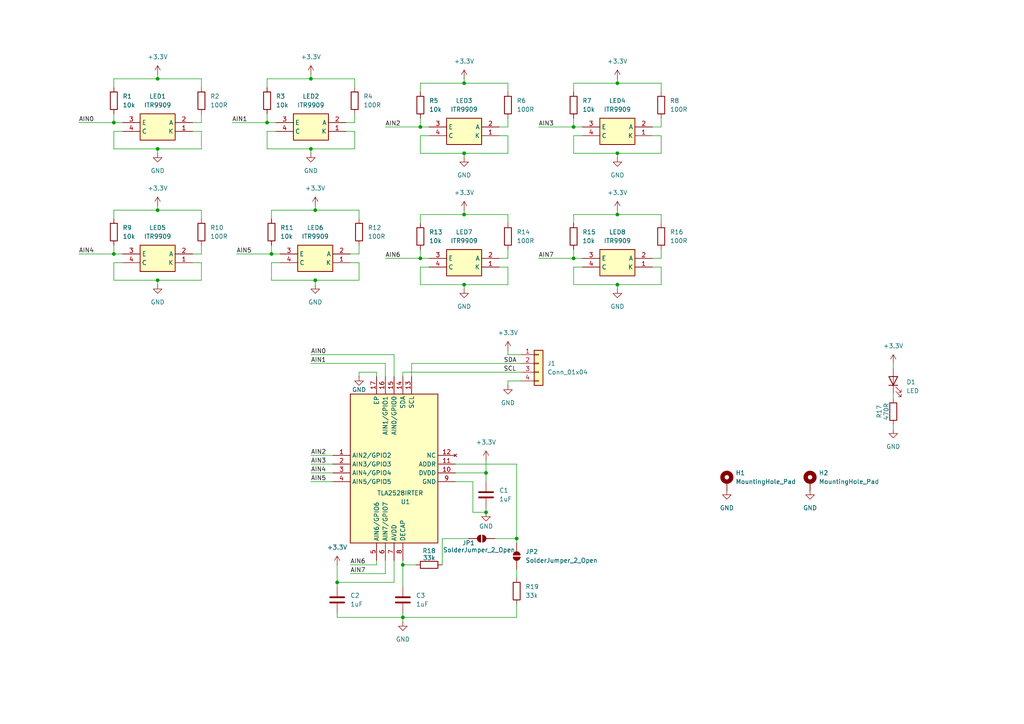
<source format=kicad_sch>
(kicad_sch (version 20250114) (generator "eeschema") (generator_version "9.0")
  (paper "A4")
  (lib_symbols
    (symbol "Connector_Generic:Conn_01x04" (pin_names (offset 1.016) (hide yes))
      (property "Reference" "J" (at 0 5.08 0))
      (property "Value" "Conn_01x04" (at 0 -7.62 0))
      (symbol "Conn_01x04_1_1"
        (rectangle (start -1.27 3.81) (end 1.27 -6.35) (stroke (width 0.254)) (fill (type background)))
        (rectangle (start -1.27 2.667) (end 0 2.413) (stroke (width 0.1524)))
        (rectangle (start -1.27 0.127) (end 0 -0.127) (stroke (width 0.1524)))
        (rectangle (start -1.27 -2.413) (end 0 -2.667) (stroke (width 0.1524)))
        (rectangle (start -1.27 -4.953) (end 0 -5.207) (stroke (width 0.1524)))
        (pin passive line (at -5.08 2.54 0) (length 3.81) (name "Pin_1") (number "1"))
        (pin passive line (at -5.08 0 0) (length 3.81) (name "Pin_2") (number "2"))
        (pin passive line (at -5.08 -2.54 0) (length 3.81) (name "Pin_3") (number "3"))
        (pin passive line (at -5.08 -5.08 0) (length 3.81) (name "Pin_4") (number "4"))
      )
    )
    (symbol "Device:C" (pin_numbers (hide yes)) (pin_names (offset 0.254))
      (property "Reference" "C" (at 0.635 2.54 0))
      (property "Value" "C" (at 0.635 -2.54 0))
      (symbol "C_0_1"
        (polyline (pts (xy -2.032 0.762) (xy 2.032 0.762)) (stroke (width 0.508)))
        (polyline (pts (xy -2.032 -0.762) (xy 2.032 -0.762)) (stroke (width 0.508)))
      )
      (symbol "C_1_1"
        (pin passive line (at 0 3.81 270) (length 2.794) (name "~") (number "1"))
        (pin passive line (at 0 -3.81 90) (length 2.794) (name "~") (number "2"))
      )
    )
    (symbol "Device:LED" (pin_numbers (hide yes)) (pin_names (offset 1.016) (hide yes))
      (property "Reference" "D" (at 0 2.54 0))
      (property "Value" "LED" (at 0 -2.54 0))
      (symbol "LED_0_1"
        (polyline (pts (xy -3.048 -0.762) (xy -4.572 -2.286) (xy -3.81 -2.286) (xy -4.572 -2.286) (xy -4.572 -1.524)))
        (polyline (pts (xy -1.778 -0.762) (xy -3.302 -2.286) (xy -2.54 -2.286) (xy -3.302 -2.286) (xy -3.302 -1.524)))
        (polyline (pts (xy -1.27 0) (xy 1.27 0)))
        (polyline (pts (xy -1.27 -1.27) (xy -1.27 1.27)) (stroke (width 0.254)))
        (polyline (pts (xy 1.27 -1.27) (xy 1.27 1.27) (xy -1.27 0) (xy 1.27 -1.27)) (stroke (width 0.254)))
      )
      (symbol "LED_1_1"
        (pin passive line (at -3.81 0 0) (length 2.54) (name "K") (number "1"))
        (pin passive line (at 3.81 0 180) (length 2.54) (name "A") (number "2"))
      )
    )
    (symbol "Device:R" (pin_numbers (hide yes)) (pin_names (offset 0))
      (property "Reference" "R" (at 2.032 0 90))
      (property "Value" "R" (at 0 0 90))
      (symbol "R_0_1"
        (rectangle (start -1.016 -2.54) (end 1.016 2.54) (stroke (width 0.254)))
      )
      (symbol "R_1_1"
        (pin passive line (at 0 3.81 270) (length 1.27) (name "~") (number "1"))
        (pin passive line (at 0 -3.81 90) (length 1.27) (name "~") (number "2"))
      )
    )
    (symbol "Jumper:SolderJumper_2_Open" (pin_numbers (hide yes)) (pin_names (offset 0) (hide yes)) (exclude_from_sim yes) (in_bom no)
      (property "Reference" "JP" (at 0 2.032 0))
      (property "Value" "SolderJumper_2_Open" (at 0 -2.54 0))
      (symbol "SolderJumper_2_Open_0_1"
        (polyline (pts (xy -0.254 1.016) (xy -0.254 -1.016)))
        (arc (start -0.254 -1.016) (mid -1.2656 0) (end -0.254 1.016))
        (arc (start -0.254 -1.016) (mid -1.2656 0) (end -0.254 1.016) (fill (type outline)))
        (arc (start 0.254 1.016) (mid 1.2656 0) (end 0.254 -1.016))
        (arc (start 0.254 1.016) (mid 1.2656 0) (end 0.254 -1.016) (fill (type outline)))
        (polyline (pts (xy 0.254 1.016) (xy 0.254 -1.016)))
      )
      (symbol "SolderJumper_2_Open_1_1"
        (pin passive line (at -3.81 0 0) (length 2.54) (name "A") (number "1"))
        (pin passive line (at 3.81 0 180) (length 2.54) (name "B") (number "2"))
      )
    )
    (symbol "Mechanical:MountingHole_Pad" (pin_numbers (hide yes)) (pin_names (offset 1.016) (hide yes)) (exclude_from_sim yes) (in_bom no)
      (property "Reference" "H" (at 0 6.35 0))
      (property "Value" "MountingHole_Pad" (at 0 4.445 0))
      (symbol "MountingHole_Pad_0_1"
        (circle (center 0 1.27) (radius 1.27) (stroke (width 1.27)))
      )
      (symbol "MountingHole_Pad_1_1"
        (pin input line (at 0 -2.54 90) (length 2.54) (name "1") (number "1"))
      )
    )
    (symbol "SamacSys_Parts:ITR9909"
      (property "Reference" "LED" (at 16.51 7.62 0))
      (property "Value" "ITR9909" (at 16.51 5.08 0))
      (symbol "ITR9909_1_1"
        (rectangle (start 5.08 2.54) (end 15.24 -5.08) (stroke (width 0.254)) (fill (type background)))
        (pin passive line (at 0 0 0) (length 5.08) (name "E") (number "3"))
        (pin passive line (at 0 -2.54 0) (length 5.08) (name "C") (number "4"))
        (pin passive line (at 20.32 0 180) (length 5.08) (name "A") (number "2"))
        (pin passive line (at 20.32 -2.54 180) (length 5.08) (name "K") (number "1"))
      )
    )
    (symbol "SamacSys_Parts:TLA2528IRTER"
      (property "Reference" "IC" (at 31.75 22.86 0))
      (property "Value" "TLA2528IRTER" (at 31.75 20.32 0))
      (symbol "TLA2528IRTER_1_1"
        (rectangle (start 5.08 17.78) (end 30.48 -25.4) (stroke (width 0.254)) (fill (type background)))
        (pin passive line (at 0 0 0) (length 5.08) (name "AIN2/GPIO2") (number "1"))
        (pin passive line (at 0 -2.54 0) (length 5.08) (name "AIN3/GPIO3") (number "2"))
        (pin passive line (at 0 -5.08 0) (length 5.08) (name "AIN4/GPIO4") (number "3"))
        (pin passive line (at 0 -7.62 0) (length 5.08) (name "AIN5/GPIO5") (number "4"))
        (pin passive line (at 12.7 22.86 270) (length 5.08) (name "EP") (number "17"))
        (pin passive line (at 12.7 -30.48 90) (length 5.08) (name "AIN6/GPIO6") (number "5"))
        (pin passive line (at 15.24 22.86 270) (length 5.08) (name "AIN1/GPIO1") (number "16"))
        (pin passive line (at 15.24 -30.48 90) (length 5.08) (name "AIN7/GPIO7") (number "6"))
        (pin passive line (at 17.78 22.86 270) (length 5.08) (name "AIN0/GPIO0") (number "15"))
        (pin passive line (at 17.78 -30.48 90) (length 5.08) (name "AVDD") (number "7"))
        (pin passive line (at 20.32 22.86 270) (length 5.08) (name "SDA") (number "14"))
        (pin passive line (at 20.32 -30.48 90) (length 5.08) (name "DECAP") (number "8"))
        (pin passive line (at 22.86 22.86 270) (length 5.08) (name "SCL") (number "13"))
        (pin no_connect line (at 35.56 0 180) (length 5.08) (name "NC") (number "12"))
        (pin passive line (at 35.56 -2.54 180) (length 5.08) (name "ADDR") (number "11"))
        (pin passive line (at 35.56 -5.08 180) (length 5.08) (name "DVDD") (number "10"))
        (pin passive line (at 35.56 -7.62 180) (length 5.08) (name "GND") (number "9"))
      )
    )
    (symbol "power:+3.3V" (power) (pin_numbers (hide yes)) (pin_names (offset 0) (hide yes))
      (property "Value" "+3.3V" (at 0 3.556 0))
      (symbol "+3.3V_0_1"
        (polyline (pts (xy -0.762 1.27) (xy 0 2.54)))
        (polyline (pts (xy 0 2.54) (xy 0.762 1.27)))
        (polyline (pts (xy 0 0) (xy 0 2.54)))
      )
      (symbol "+3.3V_1_1"
        (pin power_in line (at 0 0 90) (length 0) (name "~") (number "1"))
      )
    )
    (symbol "power:GND" (power) (pin_numbers (hide yes)) (pin_names (offset 0) (hide yes))
      (property "Value" "GND" (at 0 -3.81 0))
      (symbol "GND_0_1"
        (polyline (pts (xy 0 0) (xy 0 -1.27) (xy 1.27 -1.27) (xy 0 -2.54) (xy -1.27 -1.27) (xy 0 -1.27)))
      )
      (symbol "GND_1_1"
        (pin power_in line (at 0 0 270) (length 0) (name "~") (number "1"))
      )
    )
  )
  (junction (at 166.37 36.83))
  (junction (at 134.62 24.13))
  (junction (at 121.92 36.83))
  (junction (at 90.17 43.18))
  (junction (at 33.02 73.66))
  (junction (at 45.72 22.86))
  (junction (at 166.37 74.93))
  (junction (at 77.47 35.56))
  (junction (at 91.44 60.96))
  (junction (at 116.84 179.07))
  (junction (at 179.07 82.55))
  (junction (at 45.72 81.28))
  (junction (at 140.97 137.16))
  (junction (at 121.92 74.93))
  (junction (at 45.72 43.18))
  (junction (at 134.62 82.55))
  (junction (at 149.86 156.21))
  (junction (at 45.72 60.96))
  (junction (at 134.62 44.45))
  (junction (at 91.44 81.28))
  (junction (at 134.62 62.23))
  (junction (at 33.02 35.56))
  (junction (at 78.74 73.66))
  (junction (at 140.97 148.59))
  (junction (at 179.07 44.45))
  (junction (at 179.07 62.23))
  (junction (at 179.07 24.13))
  (junction (at 90.17 22.86))
  (junction (at 97.79 168.91))
  (junction (at 116.84 163.83))
  (wire (pts (xy 116.84 162.56) (xy 116.84 163.83)))
  (wire (pts (xy 140.97 147.32) (xy 140.97 148.59)))
  (wire (pts (xy 116.84 163.83) (xy 116.84 170.18)))
  (wire (pts (xy 35.56 35.56) (xy 33.02 35.56)))
  (wire (pts (xy 90.17 137.16) (xy 96.52 137.16)))
  (wire (pts (xy 104.14 76.2) (xy 101.6 76.2)))
  (wire (pts (xy 102.87 35.56) (xy 102.87 33.02)))
  (wire (pts (xy 121.92 77.47) (xy 121.92 82.55)))
  (wire (pts (xy 101.6 73.66) (xy 104.14 73.66)))
  (wire (pts (xy 124.46 36.83) (xy 121.92 36.83)))
  (wire (pts (xy 22.86 73.66) (xy 33.02 73.66)))
  (wire (pts (xy 189.23 36.83) (xy 191.77 36.83)))
  (wire (pts (xy 147.32 110.49) (xy 147.32 111.76)))
  (wire (pts (xy 168.91 36.83) (xy 166.37 36.83)))
  (wire (pts (xy 121.92 24.13) (xy 134.62 24.13)))
  (wire (pts (xy 77.47 22.86) (xy 90.17 22.86)))
  (wire (pts (xy 111.76 36.83) (xy 121.92 36.83)))
  (wire (pts (xy 134.62 60.96) (xy 134.62 62.23)))
  (wire (pts (xy 55.88 35.56) (xy 58.42 35.56)))
  (wire (pts (xy 45.72 59.69) (xy 45.72 60.96)))
  (wire (pts (xy 121.92 44.45) (xy 134.62 44.45)))
  (wire (pts (xy 77.47 25.4) (xy 77.47 22.86)))
  (wire (pts (xy 140.97 133.35) (xy 140.97 137.16)))
  (wire (pts (xy 58.42 73.66) (xy 58.42 71.12)))
  (wire (pts (xy 78.74 63.5) (xy 78.74 60.96)))
  (wire (pts (xy 109.22 162.56) (xy 109.22 163.83)))
  (wire (pts (xy 259.08 123.19) (xy 259.08 124.46)))
  (wire (pts (xy 121.92 74.93) (xy 121.92 72.39)))
  (wire (pts (xy 58.42 81.28) (xy 58.42 76.2)))
  (wire (pts (xy 90.17 132.08) (xy 96.52 132.08)))
  (wire (pts (xy 33.02 60.96) (xy 45.72 60.96)))
  (wire (pts (xy 189.23 74.93) (xy 191.77 74.93)))
  (wire (pts (xy 116.84 107.95) (xy 151.13 107.95)))
  (wire (pts (xy 33.02 43.18) (xy 45.72 43.18)))
  (wire (pts (xy 35.56 76.2) (xy 33.02 76.2)))
  (wire (pts (xy 45.72 43.18) (xy 45.72 44.45)))
  (wire (pts (xy 78.74 81.28) (xy 91.44 81.28)))
  (wire (pts (xy 151.13 102.87) (xy 147.32 102.87)))
  (wire (pts (xy 97.79 168.91) (xy 97.79 170.18)))
  (wire (pts (xy 134.62 24.13) (xy 147.32 24.13)))
  (wire (pts (xy 147.32 101.6) (xy 147.32 102.87)))
  (wire (pts (xy 134.62 44.45) (xy 134.62 45.72)))
  (wire (pts (xy 179.07 60.96) (xy 179.07 62.23)))
  (wire (pts (xy 147.32 39.37) (xy 144.78 39.37)))
  (wire (pts (xy 179.07 62.23) (xy 191.77 62.23)))
  (wire (pts (xy 91.44 60.96) (xy 104.14 60.96)))
  (wire (pts (xy 90.17 43.18) (xy 90.17 44.45)))
  (wire (pts (xy 116.84 177.8) (xy 116.84 179.07)))
  (wire (pts (xy 128.27 156.21) (xy 135.89 156.21)))
  (wire (pts (xy 124.46 74.93) (xy 121.92 74.93)))
  (wire (pts (xy 33.02 63.5) (xy 33.02 60.96)))
  (wire (pts (xy 132.08 134.62) (xy 149.86 134.62)))
  (wire (pts (xy 55.88 73.66) (xy 58.42 73.66)))
  (wire (pts (xy 134.62 82.55) (xy 134.62 83.82)))
  (wire (pts (xy 166.37 39.37) (xy 166.37 44.45)))
  (wire (pts (xy 33.02 73.66) (xy 33.02 71.12)))
  (wire (pts (xy 78.74 73.66) (xy 78.74 71.12)))
  (wire (pts (xy 80.01 35.56) (xy 77.47 35.56)))
  (wire (pts (xy 97.79 163.83) (xy 97.79 168.91)))
  (wire (pts (xy 101.6 163.83) (xy 109.22 163.83)))
  (wire (pts (xy 166.37 24.13) (xy 179.07 24.13)))
  (wire (pts (xy 191.77 24.13) (xy 191.77 26.67)))
  (wire (pts (xy 77.47 38.1) (xy 77.47 43.18)))
  (wire (pts (xy 58.42 43.18) (xy 58.42 38.1)))
  (wire (pts (xy 116.84 179.07) (xy 149.86 179.07)))
  (wire (pts (xy 33.02 35.56) (xy 33.02 33.02)))
  (wire (pts (xy 179.07 44.45) (xy 191.77 44.45)))
  (wire (pts (xy 191.77 62.23) (xy 191.77 64.77)))
  (wire (pts (xy 97.79 179.07) (xy 116.84 179.07)))
  (wire (pts (xy 143.51 156.21) (xy 149.86 156.21)))
  (wire (pts (xy 179.07 24.13) (xy 191.77 24.13)))
  (wire (pts (xy 191.77 77.47) (xy 189.23 77.47)))
  (wire (pts (xy 104.14 60.96) (xy 104.14 63.5)))
  (wire (pts (xy 191.77 36.83) (xy 191.77 34.29)))
  (wire (pts (xy 33.02 76.2) (xy 33.02 81.28)))
  (wire (pts (xy 77.47 43.18) (xy 90.17 43.18)))
  (wire (pts (xy 134.62 44.45) (xy 147.32 44.45)))
  (wire (pts (xy 58.42 38.1) (xy 55.88 38.1)))
  (wire (pts (xy 33.02 81.28) (xy 45.72 81.28)))
  (wire (pts (xy 104.14 107.95) (xy 109.22 107.95)))
  (wire (pts (xy 149.86 165.1) (xy 149.86 167.64)))
  (wire (pts (xy 77.47 35.56) (xy 77.47 33.02)))
  (wire (pts (xy 35.56 38.1) (xy 33.02 38.1)))
  (wire (pts (xy 45.72 22.86) (xy 58.42 22.86)))
  (wire (pts (xy 45.72 60.96) (xy 58.42 60.96)))
  (wire (pts (xy 191.77 74.93) (xy 191.77 72.39)))
  (wire (pts (xy 166.37 62.23) (xy 179.07 62.23)))
  (wire (pts (xy 149.86 156.21) (xy 149.86 157.48)))
  (wire (pts (xy 128.27 156.21) (xy 128.27 163.83)))
  (wire (pts (xy 137.16 148.59) (xy 140.97 148.59)))
  (wire (pts (xy 147.32 62.23) (xy 147.32 64.77)))
  (wire (pts (xy 101.6 166.37) (xy 111.76 166.37)))
  (wire (pts (xy 35.56 73.66) (xy 33.02 73.66)))
  (wire (pts (xy 137.16 139.7) (xy 137.16 148.59)))
  (wire (pts (xy 102.87 22.86) (xy 102.87 25.4)))
  (wire (pts (xy 168.91 77.47) (xy 166.37 77.47)))
  (wire (pts (xy 132.08 137.16) (xy 140.97 137.16)))
  (wire (pts (xy 166.37 36.83) (xy 166.37 34.29)))
  (wire (pts (xy 156.21 36.83) (xy 166.37 36.83)))
  (wire (pts (xy 259.08 114.3) (xy 259.08 115.57)))
  (wire (pts (xy 111.76 162.56) (xy 111.76 166.37)))
  (wire (pts (xy 116.84 109.22) (xy 116.84 107.95)))
  (wire (pts (xy 58.42 76.2) (xy 55.88 76.2)))
  (wire (pts (xy 124.46 77.47) (xy 121.92 77.47)))
  (wire (pts (xy 168.91 74.93) (xy 166.37 74.93)))
  (wire (pts (xy 91.44 59.69) (xy 91.44 60.96)))
  (wire (pts (xy 104.14 73.66) (xy 104.14 71.12)))
  (wire (pts (xy 91.44 81.28) (xy 104.14 81.28)))
  (wire (pts (xy 114.3 102.87) (xy 90.17 102.87)))
  (wire (pts (xy 78.74 76.2) (xy 78.74 81.28)))
  (wire (pts (xy 45.72 81.28) (xy 45.72 82.55)))
  (wire (pts (xy 81.28 73.66) (xy 78.74 73.66)))
  (wire (pts (xy 67.31 35.56) (xy 77.47 35.56)))
  (wire (pts (xy 191.77 82.55) (xy 191.77 77.47)))
  (wire (pts (xy 116.84 163.83) (xy 120.65 163.83)))
  (wire (pts (xy 134.62 62.23) (xy 147.32 62.23)))
  (wire (pts (xy 111.76 105.41) (xy 90.17 105.41)))
  (wire (pts (xy 121.92 39.37) (xy 121.92 44.45)))
  (wire (pts (xy 111.76 74.93) (xy 121.92 74.93)))
  (wire (pts (xy 132.08 139.7) (xy 137.16 139.7)))
  (wire (pts (xy 97.79 177.8) (xy 97.79 179.07)))
  (wire (pts (xy 90.17 43.18) (xy 102.87 43.18)))
  (wire (pts (xy 58.42 35.56) (xy 58.42 33.02)))
  (wire (pts (xy 104.14 107.95) (xy 104.14 109.22)))
  (wire (pts (xy 144.78 74.93) (xy 147.32 74.93)))
  (wire (pts (xy 90.17 22.86) (xy 102.87 22.86)))
  (wire (pts (xy 147.32 24.13) (xy 147.32 26.67)))
  (wire (pts (xy 90.17 134.62) (xy 96.52 134.62)))
  (wire (pts (xy 90.17 139.7) (xy 96.52 139.7)))
  (wire (pts (xy 102.87 43.18) (xy 102.87 38.1)))
  (wire (pts (xy 121.92 36.83) (xy 121.92 34.29)))
  (wire (pts (xy 147.32 110.49) (xy 151.13 110.49)))
  (wire (pts (xy 114.3 168.91) (xy 97.79 168.91)))
  (wire (pts (xy 119.38 105.41) (xy 151.13 105.41)))
  (wire (pts (xy 121.92 62.23) (xy 134.62 62.23)))
  (wire (pts (xy 58.42 60.96) (xy 58.42 63.5)))
  (wire (pts (xy 45.72 43.18) (xy 58.42 43.18)))
  (wire (pts (xy 166.37 77.47) (xy 166.37 82.55)))
  (wire (pts (xy 114.3 162.56) (xy 114.3 168.91)))
  (wire (pts (xy 147.32 82.55) (xy 147.32 77.47)))
  (wire (pts (xy 149.86 134.62) (xy 149.86 156.21)))
  (wire (pts (xy 144.78 36.83) (xy 147.32 36.83)))
  (wire (pts (xy 111.76 109.22) (xy 111.76 105.41)))
  (wire (pts (xy 156.21 74.93) (xy 166.37 74.93)))
  (wire (pts (xy 134.62 82.55) (xy 147.32 82.55)))
  (wire (pts (xy 68.58 73.66) (xy 78.74 73.66)))
  (wire (pts (xy 166.37 82.55) (xy 179.07 82.55)))
  (wire (pts (xy 121.92 82.55) (xy 134.62 82.55)))
  (wire (pts (xy 121.92 64.77) (xy 121.92 62.23)))
  (wire (pts (xy 33.02 22.86) (xy 45.72 22.86)))
  (wire (pts (xy 166.37 26.67) (xy 166.37 24.13)))
  (wire (pts (xy 191.77 39.37) (xy 189.23 39.37)))
  (wire (pts (xy 179.07 22.86) (xy 179.07 24.13)))
  (wire (pts (xy 91.44 81.28) (xy 91.44 82.55)))
  (wire (pts (xy 109.22 109.22) (xy 109.22 107.95)))
  (wire (pts (xy 121.92 26.67) (xy 121.92 24.13)))
  (wire (pts (xy 81.28 76.2) (xy 78.74 76.2)))
  (wire (pts (xy 134.62 22.86) (xy 134.62 24.13)))
  (wire (pts (xy 58.42 22.86) (xy 58.42 25.4)))
  (wire (pts (xy 191.77 44.45) (xy 191.77 39.37)))
  (wire (pts (xy 119.38 105.41) (xy 119.38 109.22)))
  (wire (pts (xy 149.86 175.26) (xy 149.86 179.07)))
  (wire (pts (xy 179.07 82.55) (xy 191.77 82.55)))
  (wire (pts (xy 166.37 44.45) (xy 179.07 44.45)))
  (wire (pts (xy 33.02 38.1) (xy 33.02 43.18)))
  (wire (pts (xy 33.02 25.4) (xy 33.02 22.86)))
  (wire (pts (xy 147.32 77.47) (xy 144.78 77.47)))
  (wire (pts (xy 102.87 38.1) (xy 100.33 38.1)))
  (wire (pts (xy 179.07 82.55) (xy 179.07 83.82)))
  (wire (pts (xy 45.72 21.59) (xy 45.72 22.86)))
  (wire (pts (xy 45.72 81.28) (xy 58.42 81.28)))
  (wire (pts (xy 147.32 74.93) (xy 147.32 72.39)))
  (wire (pts (xy 259.08 105.41) (xy 259.08 106.68)))
  (wire (pts (xy 168.91 39.37) (xy 166.37 39.37)))
  (wire (pts (xy 166.37 74.93) (xy 166.37 72.39)))
  (wire (pts (xy 116.84 179.07) (xy 116.84 180.34)))
  (wire (pts (xy 147.32 36.83) (xy 147.32 34.29)))
  (wire (pts (xy 90.17 21.59) (xy 90.17 22.86)))
  (wire (pts (xy 124.46 39.37) (xy 121.92 39.37)))
  (wire (pts (xy 100.33 35.56) (xy 102.87 35.56)))
  (wire (pts (xy 166.37 64.77) (xy 166.37 62.23)))
  (wire (pts (xy 104.14 81.28) (xy 104.14 76.2)))
  (wire (pts (xy 78.74 60.96) (xy 91.44 60.96)))
  (wire (pts (xy 22.86 35.56) (xy 33.02 35.56)))
  (wire (pts (xy 114.3 109.22) (xy 114.3 102.87)))
  (wire (pts (xy 140.97 137.16) (xy 140.97 139.7)))
  (wire (pts (xy 80.01 38.1) (xy 77.47 38.1)))
  (wire (pts (xy 147.32 44.45) (xy 147.32 39.37)))
  (wire (pts (xy 179.07 44.45) (xy 179.07 45.72)))
  (label "AIN4" (at 90.17 137.16 0))
  (label "AIN1" (at 67.31 35.56 0))
  (label "AIN2" (at 90.17 132.08 0))
  (label "AIN7" (at 156.21 74.93 0))
  (label "AIN3" (at 156.21 36.83 0))
  (label "SDA" (at 149.86 105.41 180))
  (label "AIN5" (at 68.58 73.66 0))
  (label "AIN3" (at 90.17 134.62 0))
  (label "SCL" (at 146.05 107.95 0))
  (label "AIN0" (at 90.17 102.87 0))
  (label "AIN4" (at 22.86 73.66 0))
  (label "AIN6" (at 111.76 74.93 0))
  (label "AIN7" (at 101.6 166.37 0))
  (label "AIN0" (at 22.86 35.56 0))
  (label "AIN2" (at 111.76 36.83 0))
  (label "AIN6" (at 101.6 163.83 0))
  (label "AIN1" (at 90.17 105.41 0))
  (label "AIN5" (at 90.17 139.7 0))
  (symbol (lib_id "Mechanical:MountingHole_Pad") (at 210.82 139.7 0) (unit 1) (exclude_from_sim yes) (in_bom no)
    (property "Reference" "H1" (at 213.36 137.1599 0) (effects (justify left)))
    (property "Value" "MountingHole_Pad" (at 213.36 139.6999 0) (effects (justify left)))
    (property "Footprint" "MountingHole:MountingHole_3.2mm_M3_Pad_Via" (effects (hide yes)))
    (property "Description" "Mounting Hole with connection" (effects (hide yes)))
  )
  (symbol (lib_id "power:GND") (at 179.07 45.72 0) (unit 1)
    (property "Reference" "#PWR08" (effects (hide yes)))
    (property "Value" "GND" (at 179.07 50.8 0))
    (property "Description" "Power symbol creates a global label with name \"GND\" , ground" (effects (hide yes)))
  )
  (symbol (lib_id "power:GND") (at 259.08 124.46 0) (unit 1)
    (property "Reference" "#PWR021" (effects (hide yes)))
    (property "Value" "GND" (at 259.08 129.54 0))
    (property "Description" "Power symbol creates a global label with name \"GND\" , ground" (effects (hide yes)))
  )
  (symbol (lib_id "power:+3.3V") (at 140.97 133.35 0) (unit 1)
    (property "Reference" "#PWR022" (effects (hide yes)))
    (property "Value" "+3.3V" (at 140.97 128.27 0))
    (property "Description" "Power symbol creates a global label with name \"+3.3V\"" (effects (hide yes)))
  )
  (symbol (lib_id "Device:C") (at 140.97 143.51 0) (unit 1)
    (property "Reference" "C1" (at 144.78 142.2399 0) (effects (justify left)))
    (property "Value" "1uF" (at 144.78 144.7799 0) (effects (justify left)))
    (property "Footprint" "Capacitor_SMD:C_0603_1608Metric" (effects (hide yes)))
    (property "Description" "Unpolarized capacitor" (effects (hide yes)))
  )
  (symbol (lib_id "power:+3.3V") (at 259.08 105.41 0) (unit 1)
    (property "Reference" "#PWR018" (effects (hide yes)))
    (property "Value" "+3.3V" (at 259.08 100.33 0))
    (property "Description" "Power symbol creates a global label with name \"+3.3V\"" (effects (hide yes)))
  )
  (symbol (lib_id "power:GND") (at 45.72 44.45 0) (unit 1)
    (property "Reference" "#PWR05" (effects (hide yes)))
    (property "Value" "GND" (at 45.72 49.53 0))
    (property "Description" "Power symbol creates a global label with name \"GND\" , ground" (effects (hide yes)))
  )
  (symbol (lib_id "Device:R") (at 191.77 68.58 0) (unit 1)
    (property "Reference" "R16" (at 194.31 67.3099 0) (effects (justify left)))
    (property "Value" "100R" (at 194.31 69.8499 0) (effects (justify left)))
    (property "Footprint" "Resistor_SMD:R_0603_1608Metric" (effects (hide yes)))
    (property "Description" "Resistor" (effects (hide yes)))
  )
  (symbol (lib_id "power:+3.3V") (at 90.17 21.59 0) (unit 1)
    (property "Reference" "#PWR02" (effects (hide yes)))
    (property "Value" "+3.3V" (at 90.17 16.51 0))
    (property "Description" "Power symbol creates a global label with name \"+3.3V\"" (effects (hide yes)))
  )
  (symbol (lib_id "SamacSys_Parts:ITR9909") (at 168.91 36.83 0) (unit 1)
    (property "Reference" "LED4" (at 179.07 29.21 0))
    (property "Value" "ITR9909" (at 179.07 31.75 0))
    (property "Footprint" "SamacSys_Parts:ITR9909" (effects (hide yes)))
    (property "Datasheet" "https://datasheet.datasheetarchive.com/originals/dk/DKDS-1/17386.pdf" (effects (hide yes)))
    (property "Description" "OPTO INTERRUPTER" (effects (hide yes)))
    (property "Height" "5.9" (effects (hide yes)))
    (property "Manufacturer_Name" "Everlight" (effects (hide yes)))
    (property "Manufacturer_Part_Number" "ITR9909" (effects (hide yes)))
  )
  (symbol (lib_id "Device:R") (at 259.08 119.38 180) (unit 1)
    (property "Reference" "R17" (at 255.016 119.38 90))
    (property "Value" "470R" (at 257.048 119.38 90))
    (property "Footprint" "Resistor_SMD:R_0603_1608Metric" (effects (hide yes)))
    (property "Description" "Resistor" (effects (hide yes)))
  )
  (symbol (lib_id "power:GND") (at 90.17 44.45 0) (unit 1)
    (property "Reference" "#PWR06" (effects (hide yes)))
    (property "Value" "GND" (at 90.17 49.53 0))
    (property "Description" "Power symbol creates a global label with name \"GND\" , ground" (effects (hide yes)))
  )
  (symbol (lib_id "Device:R") (at 166.37 30.48 0) (unit 1)
    (property "Reference" "R7" (at 168.91 29.2099 0) (effects (justify left)))
    (property "Value" "10k" (at 168.91 31.7499 0) (effects (justify left)))
    (property "Footprint" "Resistor_SMD:R_0603_1608Metric" (effects (hide yes)))
    (property "Description" "Resistor" (effects (hide yes)))
  )
  (symbol (lib_id "power:GND") (at 91.44 82.55 0) (unit 1)
    (property "Reference" "#PWR014" (effects (hide yes)))
    (property "Value" "GND" (at 91.44 87.63 0))
    (property "Description" "Power symbol creates a global label with name \"GND\" , ground" (effects (hide yes)))
  )
  (symbol (lib_id "SamacSys_Parts:ITR9909") (at 35.56 35.56 0) (unit 1)
    (property "Reference" "LED1" (at 45.72 27.94 0))
    (property "Value" "ITR9909" (at 45.72 30.48 0))
    (property "Footprint" "SamacSys_Parts:ITR9909" (effects (hide yes)))
    (property "Datasheet" "https://datasheet.datasheetarchive.com/originals/dk/DKDS-1/17386.pdf" (effects (hide yes)))
    (property "Description" "OPTO INTERRUPTER" (effects (hide yes)))
    (property "Height" "5.9" (effects (hide yes)))
    (property "Manufacturer_Name" "Everlight" (effects (hide yes)))
    (property "Manufacturer_Part_Number" "ITR9909" (effects (hide yes)))
  )
  (symbol (lib_id "SamacSys_Parts:TLA2528IRTER") (at 96.52 132.08 0) (unit 1)
    (property "Reference" "U1" (at 117.602 145.542 0))
    (property "Value" "TLA2528IRTER" (at 116.078 143.002 0))
    (property "Footprint" "SamacSys_Parts:QFN50P300X300X80-17N-D" (effects (hide yes)))
    (property "Datasheet" "https://www.ti.com/lit/ds/symlink/tla2528.pdf?ts=1596615195592&ref_url=https%253A%252F%252Fwww.ti.com%252Fproduct%252FTLA2528%253Futm_source%253Dgoogle%2526utm_medium%253Dcpc%2526utm_campaign%253Dasc-null-null-gpn_en-cpc-pf-google-eu%2526utm_content%253Dt" (effects (hide yes)))
    (property "Description" "Analog to Digital Converters - ADC Small 8-channel 12-bit analog-to-digital converter (ADC) with I2C interface and GPIOs 16-WQFN -40 to 85" (effects (hide yes)))
    (property "Height" "0.8" (effects (hide yes)))
    (property "Manufacturer_Name" "Texas Instruments" (effects (hide yes)))
    (property "Manufacturer_Part_Number" "TLA2528IRTER" (effects (hide yes)))
    (property "Mouser Part Number" "595-TLA2528IRTER" (effects (hide yes)))
    (property "Mouser Price/Stock" "https://www.mouser.co.uk/ProductDetail/Texas-Instruments/TLA2528IRTER?qs=%252B6g0mu59x7KfRzJN7APgZw%3D%3D" (effects (hide yes)))
    (property "Arrow Part Number" "TLA2528IRTER" (effects (hide yes)))
    (property "Arrow Price/Stock" "https://www.arrow.com/en/products/tla2528irter/texas-instruments?region=nac" (effects (hide yes)))
  )
  (symbol (lib_id "power:GND") (at 210.82 142.24 0) (unit 1)
    (property "Reference" "#PWR023" (effects (hide yes)))
    (property "Value" "GND" (at 210.82 147.32 0))
    (property "Description" "Power symbol creates a global label with name \"GND\" , ground" (effects (hide yes)))
  )
  (symbol (lib_id "SamacSys_Parts:ITR9909") (at 168.91 74.93 0) (unit 1)
    (property "Reference" "LED8" (at 179.07 67.31 0))
    (property "Value" "ITR9909" (at 179.07 69.85 0))
    (property "Footprint" "SamacSys_Parts:ITR9909" (effects (hide yes)))
    (property "Datasheet" "https://datasheet.datasheetarchive.com/originals/dk/DKDS-1/17386.pdf" (effects (hide yes)))
    (property "Description" "OPTO INTERRUPTER" (effects (hide yes)))
    (property "Height" "5.9" (effects (hide yes)))
    (property "Manufacturer_Name" "Everlight" (effects (hide yes)))
    (property "Manufacturer_Part_Number" "ITR9909" (effects (hide yes)))
  )
  (symbol (lib_id "power:GND") (at 134.62 83.82 0) (unit 1)
    (property "Reference" "#PWR015" (effects (hide yes)))
    (property "Value" "GND" (at 134.62 88.9 0))
    (property "Description" "Power symbol creates a global label with name \"GND\" , ground" (effects (hide yes)))
  )
  (symbol (lib_id "power:GND") (at 179.07 83.82 0) (unit 1)
    (property "Reference" "#PWR016" (effects (hide yes)))
    (property "Value" "GND" (at 179.07 88.9 0))
    (property "Description" "Power symbol creates a global label with name \"GND\" , ground" (effects (hide yes)))
  )
  (symbol (lib_id "power:GND") (at 116.84 180.34 0) (unit 1)
    (property "Reference" "#PWR027" (effects (hide yes)))
    (property "Value" "GND" (at 116.84 185.42 0))
    (property "Description" "Power symbol creates a global label with name \"GND\" , ground" (effects (hide yes)))
  )
  (symbol (lib_id "Device:R") (at 78.74 67.31 0) (unit 1)
    (property "Reference" "R11" (at 81.28 66.0399 0) (effects (justify left)))
    (property "Value" "10k" (at 81.28 68.5799 0) (effects (justify left)))
    (property "Footprint" "Resistor_SMD:R_0603_1608Metric" (effects (hide yes)))
    (property "Description" "Resistor" (effects (hide yes)))
  )
  (symbol (lib_id "power:GND") (at 234.95 142.24 0) (unit 1)
    (property "Reference" "#PWR024" (effects (hide yes)))
    (property "Value" "GND" (at 234.95 147.32 0))
    (property "Description" "Power symbol creates a global label with name \"GND\" , ground" (effects (hide yes)))
  )
  (symbol (lib_id "power:GND") (at 45.72 82.55 0) (unit 1)
    (property "Reference" "#PWR013" (effects (hide yes)))
    (property "Value" "GND" (at 45.72 87.63 0))
    (property "Description" "Power symbol creates a global label with name \"GND\" , ground" (effects (hide yes)))
  )
  (symbol (lib_id "power:+3.3V") (at 45.72 59.69 0) (unit 1)
    (property "Reference" "#PWR09" (effects (hide yes)))
    (property "Value" "+3.3V" (at 45.72 54.61 0))
    (property "Description" "Power symbol creates a global label with name \"+3.3V\"" (effects (hide yes)))
  )
  (symbol (lib_id "power:+3.3V") (at 179.07 22.86 0) (unit 1)
    (property "Reference" "#PWR04" (effects (hide yes)))
    (property "Value" "+3.3V" (at 179.07 17.78 0))
    (property "Description" "Power symbol creates a global label with name \"+3.3V\"" (effects (hide yes)))
  )
  (symbol (lib_id "Device:R") (at 166.37 68.58 0) (unit 1)
    (property "Reference" "R15" (at 168.91 67.3099 0) (effects (justify left)))
    (property "Value" "10k" (at 168.91 69.8499 0) (effects (justify left)))
    (property "Footprint" "Resistor_SMD:R_0603_1608Metric" (effects (hide yes)))
    (property "Description" "Resistor" (effects (hide yes)))
  )
  (symbol (lib_id "SamacSys_Parts:ITR9909") (at 35.56 73.66 0) (unit 1)
    (property "Reference" "LED5" (at 45.72 66.04 0))
    (property "Value" "ITR9909" (at 45.72 68.58 0))
    (property "Footprint" "SamacSys_Parts:ITR9909" (effects (hide yes)))
    (property "Datasheet" "https://datasheet.datasheetarchive.com/originals/dk/DKDS-1/17386.pdf" (effects (hide yes)))
    (property "Description" "OPTO INTERRUPTER" (effects (hide yes)))
    (property "Height" "5.9" (effects (hide yes)))
    (property "Manufacturer_Name" "Everlight" (effects (hide yes)))
    (property "Manufacturer_Part_Number" "ITR9909" (effects (hide yes)))
  )
  (symbol (lib_id "Device:R") (at 147.32 68.58 0) (unit 1)
    (property "Reference" "R14" (at 149.86 67.3099 0) (effects (justify left)))
    (property "Value" "100R" (at 149.86 69.8499 0) (effects (justify left)))
    (property "Footprint" "Resistor_SMD:R_0603_1608Metric" (effects (hide yes)))
    (property "Description" "Resistor" (effects (hide yes)))
  )
  (symbol (lib_id "SamacSys_Parts:ITR9909") (at 124.46 36.83 0) (unit 1)
    (property "Reference" "LED3" (at 134.62 29.21 0))
    (property "Value" "ITR9909" (at 134.62 31.75 0))
    (property "Footprint" "SamacSys_Parts:ITR9909" (effects (hide yes)))
    (property "Datasheet" "https://datasheet.datasheetarchive.com/originals/dk/DKDS-1/17386.pdf" (effects (hide yes)))
    (property "Description" "OPTO INTERRUPTER" (effects (hide yes)))
    (property "Height" "5.9" (effects (hide yes)))
    (property "Manufacturer_Name" "Everlight" (effects (hide yes)))
    (property "Manufacturer_Part_Number" "ITR9909" (effects (hide yes)))
  )
  (symbol (lib_id "Device:R") (at 33.02 67.31 0) (unit 1)
    (property "Reference" "R9" (at 35.56 66.0399 0) (effects (justify left)))
    (property "Value" "10k" (at 35.56 68.5799 0) (effects (justify left)))
    (property "Footprint" "Resistor_SMD:R_0603_1608Metric" (effects (hide yes)))
    (property "Description" "Resistor" (effects (hide yes)))
  )
  (symbol (lib_id "power:+3.3V") (at 97.79 163.83 0) (unit 1)
    (property "Reference" "#PWR026" (effects (hide yes)))
    (property "Value" "+3.3V" (at 97.79 158.75 0))
    (property "Description" "Power symbol creates a global label with name \"+3.3V\"" (effects (hide yes)))
  )
  (symbol (lib_id "Device:C") (at 116.84 173.99 0) (unit 1)
    (property "Reference" "C3" (at 120.65 172.7199 0) (effects (justify left)))
    (property "Value" "1uF" (at 120.65 175.2599 0) (effects (justify left)))
    (property "Footprint" "Capacitor_SMD:C_0603_1608Metric" (effects (hide yes)))
    (property "Description" "Unpolarized capacitor" (effects (hide yes)))
  )
  (symbol (lib_id "SamacSys_Parts:ITR9909") (at 80.01 35.56 0) (unit 1)
    (property "Reference" "LED2" (at 90.17 27.94 0))
    (property "Value" "ITR9909" (at 90.17 30.48 0))
    (property "Footprint" "SamacSys_Parts:ITR9909" (effects (hide yes)))
    (property "Datasheet" "https://datasheet.datasheetarchive.com/originals/dk/DKDS-1/17386.pdf" (effects (hide yes)))
    (property "Description" "OPTO INTERRUPTER" (effects (hide yes)))
    (property "Height" "5.9" (effects (hide yes)))
    (property "Manufacturer_Name" "Everlight" (effects (hide yes)))
    (property "Manufacturer_Part_Number" "ITR9909" (effects (hide yes)))
  )
  (symbol (lib_id "Device:R") (at 58.42 67.31 0) (unit 1)
    (property "Reference" "R10" (at 60.96 66.0399 0) (effects (justify left)))
    (property "Value" "100R" (at 60.96 68.5799 0) (effects (justify left)))
    (property "Footprint" "Resistor_SMD:R_0603_1608Metric" (effects (hide yes)))
    (property "Description" "Resistor" (effects (hide yes)))
  )
  (symbol (lib_id "power:+3.3V") (at 45.72 21.59 0) (unit 1)
    (property "Reference" "#PWR01" (effects (hide yes)))
    (property "Value" "+3.3V" (at 45.72 16.51 0))
    (property "Description" "Power symbol creates a global label with name \"+3.3V\"" (effects (hide yes)))
  )
  (symbol (lib_id "SamacSys_Parts:ITR9909") (at 81.28 73.66 0) (unit 1)
    (property "Reference" "LED6" (at 91.44 66.04 0))
    (property "Value" "ITR9909" (at 91.44 68.58 0))
    (property "Footprint" "SamacSys_Parts:ITR9909" (effects (hide yes)))
    (property "Datasheet" "https://datasheet.datasheetarchive.com/originals/dk/DKDS-1/17386.pdf" (effects (hide yes)))
    (property "Description" "OPTO INTERRUPTER" (effects (hide yes)))
    (property "Height" "5.9" (effects (hide yes)))
    (property "Manufacturer_Name" "Everlight" (effects (hide yes)))
    (property "Manufacturer_Part_Number" "ITR9909" (effects (hide yes)))
  )
  (symbol (lib_id "Device:C") (at 97.79 173.99 0) (unit 1)
    (property "Reference" "C2" (at 101.6 172.7199 0) (effects (justify left)))
    (property "Value" "1uF" (at 101.6 175.2599 0) (effects (justify left)))
    (property "Footprint" "Capacitor_SMD:C_0603_1608Metric" (effects (hide yes)))
    (property "Description" "Unpolarized capacitor" (effects (hide yes)))
  )
  (symbol (lib_id "Device:R") (at 58.42 29.21 0) (unit 1)
    (property "Reference" "R2" (at 60.96 27.9399 0) (effects (justify left)))
    (property "Value" "100R" (at 60.96 30.4799 0) (effects (justify left)))
    (property "Footprint" "Resistor_SMD:R_0603_1608Metric" (effects (hide yes)))
    (property "Description" "Resistor" (effects (hide yes)))
  )
  (symbol (lib_id "power:+3.3V") (at 179.07 60.96 0) (unit 1)
    (property "Reference" "#PWR012" (effects (hide yes)))
    (property "Value" "+3.3V" (at 179.07 55.88 0))
    (property "Description" "Power symbol creates a global label with name \"+3.3V\"" (effects (hide yes)))
  )
  (symbol (lib_id "power:GND") (at 134.62 45.72 0) (unit 1)
    (property "Reference" "#PWR07" (effects (hide yes)))
    (property "Value" "GND" (at 134.62 50.8 0))
    (property "Description" "Power symbol creates a global label with name \"GND\" , ground" (effects (hide yes)))
  )
  (symbol (lib_id "Device:R") (at 104.14 67.31 0) (unit 1)
    (property "Reference" "R12" (at 106.68 66.0399 0) (effects (justify left)))
    (property "Value" "100R" (at 106.68 68.5799 0) (effects (justify left)))
    (property "Footprint" "Resistor_SMD:R_0603_1608Metric" (effects (hide yes)))
    (property "Description" "Resistor" (effects (hide yes)))
  )
  (symbol (lib_id "power:GND") (at 104.14 109.22 0) (unit 1)
    (property "Reference" "#PWR019" (effects (hide yes)))
    (property "Value" "GND" (at 104.14 113.03 0))
    (property "Description" "Power symbol creates a global label with name \"GND\" , ground" (effects (hide yes)))
  )
  (symbol (lib_id "Mechanical:MountingHole_Pad") (at 234.95 139.7 0) (unit 1) (exclude_from_sim yes) (in_bom no)
    (property "Reference" "H2" (at 237.49 137.1599 0) (effects (justify left)))
    (property "Value" "MountingHole_Pad" (at 237.49 139.6999 0) (effects (justify left)))
    (property "Footprint" "MountingHole:MountingHole_3.2mm_M3_Pad_Via" (effects (hide yes)))
    (property "Description" "Mounting Hole with connection" (effects (hide yes)))
  )
  (symbol (lib_id "Device:R") (at 121.92 30.48 0) (unit 1)
    (property "Reference" "R5" (at 124.46 29.2099 0) (effects (justify left)))
    (property "Value" "10k" (at 124.46 31.7499 0) (effects (justify left)))
    (property "Footprint" "Resistor_SMD:R_0603_1608Metric" (effects (hide yes)))
    (property "Description" "Resistor" (effects (hide yes)))
  )
  (symbol (lib_id "power:+3.3V") (at 134.62 60.96 0) (unit 1)
    (property "Reference" "#PWR011" (effects (hide yes)))
    (property "Value" "+3.3V" (at 134.62 55.88 0))
    (property "Description" "Power symbol creates a global label with name \"+3.3V\"" (effects (hide yes)))
  )
  (symbol (lib_id "Device:R") (at 121.92 68.58 0) (unit 1)
    (property "Reference" "R13" (at 124.46 67.3099 0) (effects (justify left)))
    (property "Value" "10k" (at 124.46 69.8499 0) (effects (justify left)))
    (property "Footprint" "Resistor_SMD:R_0603_1608Metric" (effects (hide yes)))
    (property "Description" "Resistor" (effects (hide yes)))
  )
  (symbol (lib_id "Device:R") (at 77.47 29.21 0) (unit 1)
    (property "Reference" "R3" (at 80.01 27.9399 0) (effects (justify left)))
    (property "Value" "10k" (at 80.01 30.4799 0) (effects (justify left)))
    (property "Footprint" "Resistor_SMD:R_0603_1608Metric" (effects (hide yes)))
    (property "Description" "Resistor" (effects (hide yes)))
  )
  (symbol (lib_id "Jumper:SolderJumper_2_Open") (at 149.86 161.29 90) (unit 1) (exclude_from_sim yes) (in_bom no)
    (property "Reference" "JP2" (at 152.4 160.0199 90) (effects (justify right)))
    (property "Value" "SolderJumper_2_Open" (at 152.4 162.5599 90) (effects (justify right)))
    (property "Footprint" "Jumper:SolderJumper-2_P1.3mm_Open_RoundedPad1.0x1.5mm" (effects (hide yes)))
    (property "Description" "Solder Jumper, 2-pole, open" (effects (hide yes)))
  )
  (symbol (lib_id "Jumper:SolderJumper_2_Open") (at 139.7 156.21 180) (unit 1) (exclude_from_sim yes) (in_bom no)
    (property "Reference" "JP1" (at 135.89 157.48 0))
    (property "Value" "SolderJumper_2_Open" (at 138.938 159.512 0))
    (property "Footprint" "Jumper:SolderJumper-2_P1.3mm_Open_RoundedPad1.0x1.5mm" (effects (hide yes)))
    (property "Description" "Solder Jumper, 2-pole, open" (effects (hide yes)))
  )
  (symbol (lib_id "power:GND") (at 140.97 148.59 0) (unit 1)
    (property "Reference" "#PWR025" (effects (hide yes)))
    (property "Value" "GND" (at 140.97 152.654 0))
    (property "Description" "Power symbol creates a global label with name \"GND\" , ground" (effects (hide yes)))
  )
  (symbol (lib_id "Device:R") (at 102.87 29.21 0) (unit 1)
    (property "Reference" "R4" (at 105.41 27.9399 0) (effects (justify left)))
    (property "Value" "100R" (at 105.41 30.4799 0) (effects (justify left)))
    (property "Footprint" "Resistor_SMD:R_0603_1608Metric" (effects (hide yes)))
    (property "Description" "Resistor" (effects (hide yes)))
  )
  (symbol (lib_id "Device:LED") (at 259.08 110.49 90) (unit 1)
    (property "Reference" "D1" (at 262.89 110.8074 90) (effects (justify right)))
    (property "Value" "LED" (at 262.89 113.3474 90) (effects (justify right)))
    (property "Footprint" "LED_SMD:LED_0603_1608Metric" (effects (hide yes)))
    (property "Description" "Light emitting diode" (effects (hide yes)))
  )
  (symbol (lib_id "Device:R") (at 191.77 30.48 0) (unit 1)
    (property "Reference" "R8" (at 194.31 29.2099 0) (effects (justify left)))
    (property "Value" "100R" (at 194.31 31.7499 0) (effects (justify left)))
    (property "Footprint" "Resistor_SMD:R_0603_1608Metric" (effects (hide yes)))
    (property "Description" "Resistor" (effects (hide yes)))
  )
  (symbol (lib_id "Device:R") (at 149.86 171.45 180) (unit 1)
    (property "Reference" "R19" (at 152.4 170.1799 0) (effects (justify right)))
    (property "Value" "33k" (at 152.4 172.7199 0) (effects (justify right)))
    (property "Footprint" "Resistor_SMD:R_0603_1608Metric" (effects (hide yes)))
    (property "Description" "Resistor" (effects (hide yes)))
  )
  (symbol (lib_id "power:GND") (at 147.32 111.76 0) (unit 1)
    (property "Reference" "#PWR020" (effects (hide yes)))
    (property "Value" "GND" (at 147.32 116.84 0))
    (property "Description" "Power symbol creates a global label with name \"GND\" , ground" (effects (hide yes)))
  )
  (symbol (lib_id "power:+3.3V") (at 147.32 101.6 0) (unit 1)
    (property "Reference" "#PWR017" (effects (hide yes)))
    (property "Value" "+3.3V" (at 147.32 96.52 0))
    (property "Description" "Power symbol creates a global label with name \"+3.3V\"" (effects (hide yes)))
  )
  (symbol (lib_id "Connector_Generic:Conn_01x04") (at 156.21 105.41 0) (unit 1)
    (property "Reference" "J1" (at 158.75 105.4099 0) (effects (justify left)))
    (property "Value" "Conn_01x04" (at 158.75 107.9499 0) (effects (justify left)))
    (property "Footprint" "Connector_JST:JST_XH_S4B-XH-A-1_1x04_P2.50mm_Horizontal" (effects (hide yes)))
    (property "Description" "Generic connector, single row, 01x04, script generated (kicad-library-utils/schlib/autogen/connector/)" (effects (hide yes)))
  )
  (symbol (lib_id "Device:R") (at 33.02 29.21 0) (unit 1)
    (property "Reference" "R1" (at 35.56 27.9399 0) (effects (justify left)))
    (property "Value" "10k" (at 35.56 30.4799 0) (effects (justify left)))
    (property "Footprint" "Resistor_SMD:R_0603_1608Metric" (effects (hide yes)))
    (property "Description" "Resistor" (effects (hide yes)))
  )
  (symbol (lib_id "power:+3.3V") (at 91.44 59.69 0) (unit 1)
    (property "Reference" "#PWR010" (effects (hide yes)))
    (property "Value" "+3.3V" (at 91.44 54.61 0))
    (property "Description" "Power symbol creates a global label with name \"+3.3V\"" (effects (hide yes)))
  )
  (symbol (lib_id "Device:R") (at 124.46 163.83 90) (unit 1)
    (property "Reference" "R18" (at 124.46 159.766 90))
    (property "Value" "33k" (at 124.46 161.798 90))
    (property "Footprint" "Resistor_SMD:R_0603_1608Metric" (effects (hide yes)))
    (property "Description" "Resistor" (effects (hide yes)))
  )
  (symbol (lib_id "power:+3.3V") (at 134.62 22.86 0) (unit 1)
    (property "Reference" "#PWR03" (effects (hide yes)))
    (property "Value" "+3.3V" (at 134.62 17.78 0))
    (property "Description" "Power symbol creates a global label with name \"+3.3V\"" (effects (hide yes)))
  )
  (symbol (lib_id "Device:R") (at 147.32 30.48 0) (unit 1)
    (property "Reference" "R6" (at 149.86 29.2099 0) (effects (justify left)))
    (property "Value" "100R" (at 149.86 31.7499 0) (effects (justify left)))
    (property "Footprint" "Resistor_SMD:R_0603_1608Metric" (effects (hide yes)))
    (property "Description" "Resistor" (effects (hide yes)))
  )
  (symbol (lib_id "SamacSys_Parts:ITR9909") (at 124.46 74.93 0) (unit 1)
    (property "Reference" "LED7" (at 134.62 67.31 0))
    (property "Value" "ITR9909" (at 134.62 69.85 0))
    (property "Footprint" "SamacSys_Parts:ITR9909" (effects (hide yes)))
    (property "Datasheet" "https://datasheet.datasheetarchive.com/originals/dk/DKDS-1/17386.pdf" (effects (hide yes)))
    (property "Description" "OPTO INTERRUPTER" (effects (hide yes)))
    (property "Height" "5.9" (effects (hide yes)))
    (property "Manufacturer_Name" "Everlight" (effects (hide yes)))
    (property "Manufacturer_Part_Number" "ITR9909" (effects (hide yes)))
  )
)
</source>
